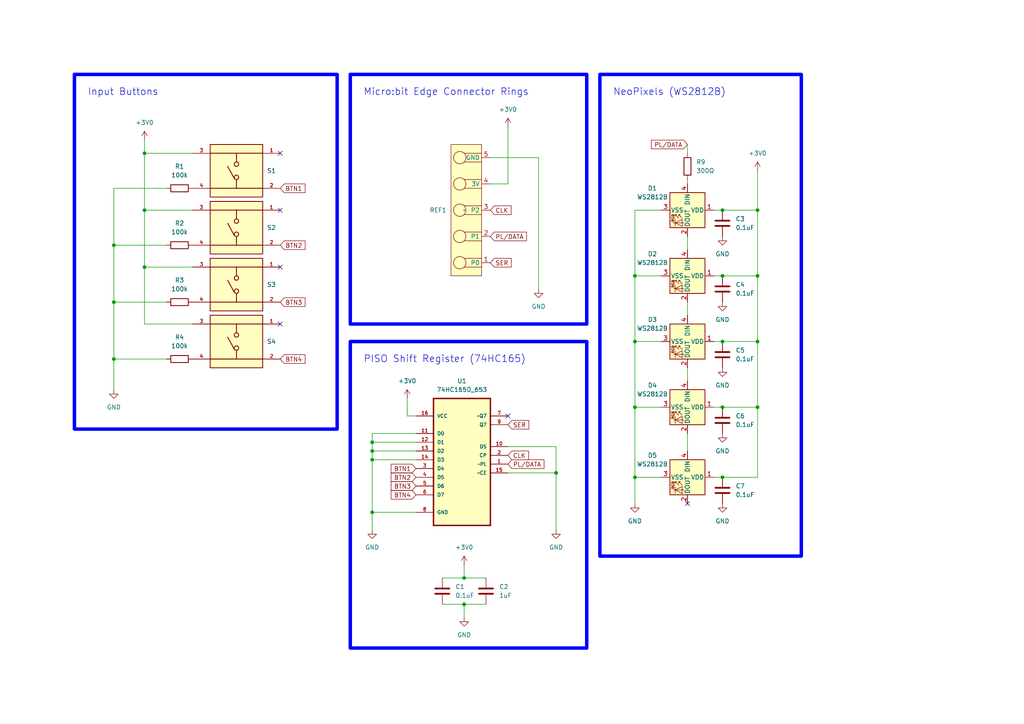
<source format=kicad_sch>
(kicad_sch (version 20231120) (generator "eeschema") (generator_version "8.0")
  (paper "A4")
  (title_block (title "solder:bit Gamepad") (date "2024-05-19") (rev "v0.2") (company "Lancaster University") (comment 1 "Aron Eggens"))
  (lib_symbols
    (symbol "74HC165D_653:74HC165D_653" (pin_names (offset 1.016))
      (property "Reference" "U" (at -12.7 22.86 0))
      (property "Value" "74HC165D_653" (at -11.43 -19.05 0))
      (symbol "74HC165D_653_0_0"
        (rectangle (start -12.7 21.59) (end 3.81 -15.24) (stroke (width 0.4064)) (fill (type background)))
        (pin input line (at 8.89 2.54 180) (length 5.08) (name "~PL") (number "1"))
        (pin input line (at 8.89 7.62 180) (length 5.08) (name "DS") (number "10"))
        (pin input line (at -17.78 11.43 0) (length 5.08) (name "D0") (number "11"))
        (pin input line (at -17.78 8.89 0) (length 5.08) (name "D1") (number "12"))
        (pin input line (at -17.78 6.35 0) (length 5.08) (name "D2") (number "13"))
        (pin input line (at -17.78 3.81 0) (length 5.08) (name "D3") (number "14"))
        (pin input line (at 8.89 0 180) (length 5.08) (name "~CE") (number "15"))
        (pin power_in line (at -17.78 16.51 0) (length 5.08) (name "VCC") (number "16"))
        (pin input line (at 8.89 5.08 180) (length 5.08) (name "CP") (number "2"))
        (pin input line (at -17.78 1.27 0) (length 5.08) (name "D4") (number "3"))
        (pin input line (at -17.78 -1.27 0) (length 5.08) (name "D5") (number "4"))
        (pin input line (at -17.78 -3.81 0) (length 5.08) (name "D6") (number "5"))
        (pin input line (at -17.78 -6.35 0) (length 5.08) (name "D7") (number "6"))
        (pin output line (at 8.89 16.51 180) (length 5.08) (name "~Q7") (number "7"))
        (pin passive line (at -17.78 -11.43 0) (length 5.08) (name "GND") (number "8"))
        (pin output line (at 8.89 13.97 180) (length 5.08) (name "Q7") (number "9"))
      )
    )
    (symbol "Device:C" (pin_numbers hide) (pin_names (offset 0.254))
      (property "Reference" "C" (at 0.635 2.54 0))
      (property "Value" "C" (at 0.635 -2.54 0))
      (symbol "C_0_1"
        (polyline (pts (xy -2.032 -0.762) (xy 2.032 -0.762)) (stroke (width 0.508)))
        (polyline (pts (xy -2.032 0.762) (xy 2.032 0.762)) (stroke (width 0.508)))
      )
      (symbol "C_1_1"
        (pin passive line (at 0 3.81 270) (length 2.794) (name "~") (number "1"))
        (pin passive line (at 0 -3.81 90) (length 2.794) (name "~") (number "2"))
      )
    )
    (symbol "Device:R" (pin_numbers hide) (pin_names (offset 0))
      (property "Reference" "R" (at 2.032 0 90))
      (property "Value" "R" (at 0 0 90))
      (symbol "R_0_1"
        (rectangle (start -1.016 -2.54) (end 1.016 2.54) (stroke (width 0.254)))
      )
      (symbol "R_1_1"
        (pin passive line (at 0 3.81 270) (length 1.27) (name "~") (number "1"))
        (pin passive line (at 0 -3.81 90) (length 1.27) (name "~") (number "2"))
      )
    )
    (symbol "LED:WS2812B" (pin_names (offset 0.254))
      (property "Reference" "D" (at 5.08 5.715 0))
      (property "Value" "WS2812B" (at 1.27 -5.715 0))
      (symbol "WS2812B_0_0"
        (text "RGB" (at 2.286 -4.191 0) (effects (font (size 0.762 0.762))))
      )
      (symbol "WS2812B_0_1"
        (polyline (pts (xy 1.27 -3.556) (xy 1.778 -3.556)))
        (polyline (pts (xy 1.27 -2.54) (xy 1.778 -2.54)))
        (polyline (pts (xy 4.699 -3.556) (xy 2.667 -3.556)))
        (polyline (pts (xy 2.286 -2.54) (xy 1.27 -3.556) (xy 1.27 -3.048)))
        (polyline (pts (xy 2.286 -1.524) (xy 1.27 -2.54) (xy 1.27 -2.032)))
        (polyline (pts (xy 3.683 -1.016) (xy 3.683 -3.556) (xy 3.683 -4.064)))
        (polyline (pts (xy 4.699 -1.524) (xy 2.667 -1.524) (xy 3.683 -3.556) (xy 4.699 -1.524)))
        (rectangle (start 5.08 5.08) (end -5.08 -5.08) (stroke (width 0.254)) (fill (type background)))
      )
      (symbol "WS2812B_1_1"
        (pin power_in line (at 0 7.62 270) (length 2.54) (name "VDD") (number "1"))
        (pin output line (at 7.62 0 180) (length 2.54) (name "DOUT") (number "2"))
        (pin power_in line (at 0 -7.62 90) (length 2.54) (name "VSS") (number "3"))
        (pin input line (at -7.62 0 0) (length 2.54) (name "DIN") (number "4"))
      )
    )
    (symbol "Microbit_accessory:expansion_connector"
      (property "Reference" "REF**" (at -22.86 5.08 0))
      (symbol "expansion_connector_0_1"
        (circle (center -15.24 2.54) (radius 1.7961))
        (circle (center -7.62 2.54) (radius 1.7961))
        (polyline (pts (xy -16.51 -3.81) (xy -16.51 1.27)))
        (polyline (pts (xy -13.97 1.27) (xy -13.97 -3.81)))
        (polyline (pts (xy -8.89 -3.81) (xy -8.89 1.27)))
        (polyline (pts (xy -6.35 1.27) (xy -6.35 -3.81)))
        (polyline (pts (xy -1.27 -3.81) (xy -1.27 1.27)))
        (polyline (pts (xy 1.27 1.27) (xy 1.27 -3.81)))
        (polyline (pts (xy 6.35 1.27) (xy 6.35 -3.81)))
        (polyline (pts (xy 8.89 -3.81) (xy 8.89 1.27)))
        (polyline (pts (xy 13.97 1.27) (xy 13.97 -3.81)))
        (polyline (pts (xy 16.51 1.27) (xy 16.51 -3.81)))
        (circle (center 0 2.54) (radius 1.7961))
        (circle (center 7.62 2.54) (radius 1.7961))
        (circle (center 15.24 2.54) (radius 1.7961))
      )
      (symbol "expansion_connector_1_1"
        (rectangle (start -19.05 5.08) (end 19.05 -3.81) (fill (type background)))
        (pin bidirectional line (at -15.24 -6.35 90) (length 2.54) (name "P0") (number "1"))
        (pin bidirectional line (at -7.62 -6.35 90) (length 2.54) (name "P1") (number "2"))
        (pin bidirectional line (at 0 -6.35 90) (length 2.54) (name "P2") (number "3"))
        (pin power_out line (at 7.62 -6.35 90) (length 2.54) (name "3V") (number "4"))
        (pin power_out line (at 15.24 -6.35 90) (length 2.54) (name "GND") (number "5"))
      )
    )
    (symbol "TS04-66-95-BK-100-SMT:TS04-66-95-BK-100-SMT" (pin_names (offset 1.016))
      (property "Reference" "S" (at -7.62 8.382 0))
      (property "Value" "TS04-66-95-BK-100-SMT" (at -7.62 -8.382 0))
      (symbol "TS04-66-95-BK-100-SMT_0_0"
        (rectangle (start -7.62 -7.62) (end 7.62 7.62) (stroke (width 0.254)) (fill (type background)))
        (circle (center 0 -1.905) (radius 0.635) (stroke (width 0.254)))
        (polyline (pts (xy 0 -5.08) (xy -7.62 -5.08)) (stroke (width 0.254)))
        (polyline (pts (xy 0 -5.08) (xy 7.62 -5.08)) (stroke (width 0.254)))
        (polyline (pts (xy 0 -2.54) (xy 0 -5.08)) (stroke (width 0.254)))
        (polyline (pts (xy 0 5.08) (xy -7.62 5.08)) (stroke (width 0.254)))
        (polyline (pts (xy 0 5.08) (xy 0 2.54)) (stroke (width 0.254)))
        (polyline (pts (xy 0 5.08) (xy 7.62 5.08)) (stroke (width 0.254)))
        (polyline (pts (xy 0.635 -2.2225) (xy 2.54 1.27)) (stroke (width 0.254)))
        (circle (center 0 1.905) (radius 0.635) (stroke (width 0.254)))
        (pin passive line (at -12.7 5.08 0) (length 5.08) (name "~") (number "1"))
        (pin passive line (at -12.7 -5.08 0) (length 5.08) (name "~") (number "2"))
        (pin passive line (at 12.7 5.08 180) (length 5.08) (name "~") (number "3"))
        (pin passive line (at 12.7 -5.08 180) (length 5.08) (name "~") (number "4"))
      )
    )
    (symbol "power:+3V0" (power) (pin_names (offset 0))
      (property "Value" "+3V0" (at 0 3.556 0))
      (symbol "+3V0_0_1"
        (polyline (pts (xy -0.762 1.27) (xy 0 2.54)))
        (polyline (pts (xy 0 0) (xy 0 2.54)))
        (polyline (pts (xy 0 2.54) (xy 0.762 1.27)))
      )
      (symbol "+3V0_1_1"
        (pin power_in line (at 0 0 90) (length 0) hide (name "+3V0") (number "1"))
      )
    )
    (symbol "power:GND" (power) (pin_names (offset 0))
      (property "Value" "GND" (at 0 -3.81 0))
      (symbol "GND_0_1"
        (polyline (pts (xy 0 0) (xy 0 -1.27) (xy 1.27 -1.27) (xy 0 -2.54) (xy -1.27 -1.27) (xy 0 -1.27)))
      )
      (symbol "GND_1_1"
        (pin power_in line (at 0 0 270) (length 0) hide (name "GND") (number "1"))
      )
    )
  )
  (junction (at 184.15 99.06))
  (junction (at 209.55 80.01))
  (junction (at 209.55 99.06))
  (junction (at 219.71 80.01))
  (junction (at 107.95 133.35))
  (junction (at 33.02 104.14))
  (junction (at 184.15 138.43))
  (junction (at 209.55 138.43))
  (junction (at 107.95 148.59))
  (junction (at 41.91 44.45))
  (junction (at 41.91 60.96))
  (junction (at 161.29 137.16))
  (junction (at 184.15 118.11))
  (junction (at 33.02 87.63))
  (junction (at 107.95 128.27))
  (junction (at 134.62 167.64))
  (junction (at 219.71 99.06))
  (junction (at 184.15 80.01))
  (junction (at 41.91 77.47))
  (junction (at 219.71 60.96))
  (junction (at 33.02 71.12))
  (junction (at 134.62 175.26))
  (junction (at 219.71 118.11))
  (junction (at 107.95 130.81))
  (junction (at 209.55 118.11))
  (junction (at 209.55 60.96))
  (no_connect (at 81.28 60.96))
  (no_connect (at 81.28 77.47))
  (no_connect (at 199.39 146.05))
  (no_connect (at 81.28 44.45))
  (no_connect (at 147.32 120.65))
  (no_connect (at 81.28 93.98))
  (wire (pts (xy 207.01 118.11) (xy 209.55 118.11)))
  (wire (pts (xy 134.62 163.83) (xy 134.62 167.64)))
  (wire (pts (xy 209.55 118.11) (xy 219.71 118.11)))
  (wire (pts (xy 184.15 80.01) (xy 184.15 99.06)))
  (wire (pts (xy 134.62 175.26) (xy 140.97 175.26)))
  (wire (pts (xy 209.55 99.06) (xy 219.71 99.06)))
  (wire (pts (xy 219.71 60.96) (xy 219.71 80.01)))
  (wire (pts (xy 33.02 71.12) (xy 33.02 87.63)))
  (wire (pts (xy 156.21 45.72) (xy 156.21 83.82)))
  (wire (pts (xy 184.15 118.11) (xy 191.77 118.11)))
  (wire (pts (xy 184.15 60.96) (xy 184.15 80.01)))
  (wire (pts (xy 207.01 99.06) (xy 209.55 99.06)))
  (wire (pts (xy 107.95 128.27) (xy 120.65 128.27)))
  (wire (pts (xy 147.32 53.34) (xy 147.32 36.83)))
  (wire (pts (xy 184.15 99.06) (xy 191.77 99.06)))
  (wire (pts (xy 199.39 68.58) (xy 199.39 72.39)))
  (wire (pts (xy 33.02 104.14) (xy 33.02 113.03)))
  (wire (pts (xy 184.15 138.43) (xy 184.15 146.05)))
  (wire (pts (xy 55.88 60.96) (xy 41.91 60.96)))
  (wire (pts (xy 107.95 133.35) (xy 120.65 133.35)))
  (wire (pts (xy 147.32 137.16) (xy 161.29 137.16)))
  (wire (pts (xy 209.55 80.01) (xy 219.71 80.01)))
  (wire (pts (xy 134.62 167.64) (xy 128.27 167.64)))
  (wire (pts (xy 41.91 60.96) (xy 41.91 77.47)))
  (wire (pts (xy 142.24 45.72) (xy 156.21 45.72)))
  (wire (pts (xy 142.24 53.34) (xy 147.32 53.34)))
  (wire (pts (xy 41.91 44.45) (xy 41.91 60.96)))
  (wire (pts (xy 199.39 52.07) (xy 199.39 53.34)))
  (wire (pts (xy 199.39 41.91) (xy 199.39 44.45)))
  (wire (pts (xy 161.29 129.54) (xy 161.29 137.16)))
  (wire (pts (xy 199.39 87.63) (xy 199.39 91.44)))
  (wire (pts (xy 41.91 77.47) (xy 41.91 93.98)))
  (wire (pts (xy 120.65 120.65) (xy 118.11 120.65)))
  (wire (pts (xy 55.88 77.47) (xy 41.91 77.47)))
  (wire (pts (xy 209.55 60.96) (xy 219.71 60.96)))
  (wire (pts (xy 199.39 125.73) (xy 199.39 130.81)))
  (wire (pts (xy 134.62 175.26) (xy 134.62 179.07)))
  (wire (pts (xy 184.15 60.96) (xy 191.77 60.96)))
  (wire (pts (xy 55.88 93.98) (xy 41.91 93.98)))
  (wire (pts (xy 147.32 129.54) (xy 161.29 129.54)))
  (wire (pts (xy 118.11 120.65) (xy 118.11 115.57)))
  (wire (pts (xy 107.95 125.73) (xy 107.95 128.27)))
  (wire (pts (xy 107.95 128.27) (xy 107.95 130.81)))
  (wire (pts (xy 48.26 54.61) (xy 33.02 54.61)))
  (wire (pts (xy 161.29 137.16) (xy 161.29 153.67)))
  (wire (pts (xy 219.71 49.53) (xy 219.71 60.96)))
  (wire (pts (xy 209.55 138.43) (xy 219.71 138.43)))
  (wire (pts (xy 128.27 175.26) (xy 134.62 175.26)))
  (wire (pts (xy 207.01 138.43) (xy 209.55 138.43)))
  (wire (pts (xy 48.26 87.63) (xy 33.02 87.63)))
  (wire (pts (xy 41.91 40.64) (xy 41.91 44.45)))
  (wire (pts (xy 107.95 133.35) (xy 107.95 148.59)))
  (wire (pts (xy 33.02 54.61) (xy 33.02 71.12)))
  (wire (pts (xy 207.01 60.96) (xy 209.55 60.96)))
  (wire (pts (xy 134.62 167.64) (xy 140.97 167.64)))
  (wire (pts (xy 184.15 118.11) (xy 184.15 138.43)))
  (wire (pts (xy 120.65 148.59) (xy 107.95 148.59)))
  (wire (pts (xy 48.26 71.12) (xy 33.02 71.12)))
  (wire (pts (xy 199.39 106.68) (xy 199.39 110.49)))
  (wire (pts (xy 55.88 44.45) (xy 41.91 44.45)))
  (wire (pts (xy 33.02 87.63) (xy 33.02 104.14)))
  (wire (pts (xy 107.95 130.81) (xy 120.65 130.81)))
  (wire (pts (xy 48.26 104.14) (xy 33.02 104.14)))
  (wire (pts (xy 107.95 130.81) (xy 107.95 133.35)))
  (wire (pts (xy 184.15 99.06) (xy 184.15 118.11)))
  (wire (pts (xy 184.15 80.01) (xy 191.77 80.01)))
  (wire (pts (xy 120.65 125.73) (xy 107.95 125.73)))
  (wire (pts (xy 107.95 148.59) (xy 107.95 153.67)))
  (wire (pts (xy 219.71 99.06) (xy 219.71 118.11)))
  (wire (pts (xy 207.01 80.01) (xy 209.55 80.01)))
  (wire (pts (xy 219.71 80.01) (xy 219.71 99.06)))
  (wire (pts (xy 219.71 118.11) (xy 219.71 138.43)))
  (wire (pts (xy 184.15 138.43) (xy 191.77 138.43)))
  (rectangle (start 173.99 21.59) (end 232.41 161.29) (stroke (width 1) (color 0 0 255 0.15)))
  (rectangle (start 21.59 21.59) (end 97.79 124.46) (stroke (width 1) (color 0 0 255 0.15)))
  (rectangle (start 101.6 99.06) (end 170.18 187.96) (stroke (width 1) (color 0 0 255 0.15)))
  (rectangle (start 101.6 21.59) (end 170.18 93.98) (stroke (width 1) (color 0 0 255 0.15)))
  (text "NeoPixels (WS2812B)\n" (at 177.8 27.94 0) (effects (font (size 2 2)) (justify left bottom)))
  (text "Input Buttons" (at 25.4 27.94 0) (effects (font (size 2 2)) (justify left bottom)))
  (text "Micro:bit Edge Connector Rings\n" (at 105.41 27.94 0) (effects (font (size 2 2)) (justify left bottom)))
  (text "PISO Shift Register (74HC165)" (at 105.41 105.41 0) (effects (font (size 2 2)) (justify left bottom)))
  (global_label "SER" (shape input) (at 147.32 123.19 0) (property "Intersheetrefs" "${INTERSHEET_REFS}" (effects (hide yes))))
  (global_label "BTN3" (shape input) (at 120.65 140.97 180) (property "Intersheetrefs" "${INTERSHEET_REFS}" (effects (hide yes))))
  (global_label "CLK" (shape input) (at 147.32 132.08 0) (property "Intersheetrefs" "${INTERSHEET_REFS}" (effects (hide yes))))
  (global_label "BTN1" (shape input) (at 120.65 135.89 180) (property "Intersheetrefs" "${INTERSHEET_REFS}" (effects (hide yes))))
  (global_label "BTN4" (shape input) (at 120.65 143.51 180) (property "Intersheetrefs" "${INTERSHEET_REFS}" (effects (hide yes))))
  (global_label "BTN2" (shape input) (at 120.65 138.43 180) (property "Intersheetrefs" "${INTERSHEET_REFS}" (effects (hide yes))))
  (global_label "PL{slash}DATA" (shape input) (at 199.39 41.91 180) (property "Intersheetrefs" "${INTERSHEET_REFS}" (effects (hide yes))))
  (global_label "SER" (shape input) (at 142.24 76.2 0) (property "Intersheetrefs" "${INTERSHEET_REFS}" (effects (hide yes))))
  (global_label "BTN1" (shape input) (at 81.28 54.61 0) (property "Intersheetrefs" "${INTERSHEET_REFS}" (effects (hide yes))))
  (global_label "PL{slash}DATA" (shape input) (at 147.32 134.62 0) (property "Intersheetrefs" "${INTERSHEET_REFS}" (effects (hide yes))))
  (global_label "BTN3" (shape input) (at 81.28 87.63 0) (property "Intersheetrefs" "${INTERSHEET_REFS}" (effects (hide yes))))
  (global_label "PL{slash}DATA" (shape input) (at 142.24 68.58 0) (property "Intersheetrefs" "${INTERSHEET_REFS}" (effects (hide yes))))
  (global_label "CLK" (shape input) (at 142.24 60.96 0) (property "Intersheetrefs" "${INTERSHEET_REFS}" (effects (hide yes))))
  (global_label "BTN2" (shape input) (at 81.28 71.12 0) (property "Intersheetrefs" "${INTERSHEET_REFS}" (effects (hide yes))))
  (global_label "BTN4" (shape input) (at 81.28 104.14 0) (property "Intersheetrefs" "${INTERSHEET_REFS}" (effects (hide yes))))
  (symbol (lib_id "power:+3V0") (at 134.62 163.83 0) (unit 1)
    (property "Reference" "#PWR06" (effects (hide yes)))
    (property "Value" "+3V0" (at 134.62 158.75 0))
  )
  (symbol (lib_id "power:GND") (at 184.15 146.05 0) (unit 1)
    (property "Reference" "#PWR015" (effects (hide yes)))
    (property "Value" "GND" (at 184.15 151.13 0))
  )
  (symbol (lib_id "Device:R") (at 52.07 71.12 270) (mirror x) (unit 1)
    (property "Reference" "R2" (at 52.07 64.77 90))
    (property "Value" "100k" (at 52.07 67.31 90))
    (property "Footprint" "Resistor_SMD:R_1206_3216Metric_Pad1.30x1.75mm_HandSolder" (effects (hide yes)))
  )
  (symbol (lib_id "power:GND") (at 33.02 113.03 0) (mirror y) (unit 1)
    (property "Reference" "#PWR02" (effects (hide yes)))
    (property "Value" "GND" (at 33.02 118.11 0))
  )
  (symbol (lib_id "TS04-66-95-BK-100-SMT:TS04-66-95-BK-100-SMT") (at 68.58 66.04 0) (mirror y) (unit 1)
    (property "Reference" "S2" (at 78.74 66.04 0))
    (property "Value" "TS04-66-95-BK-100-SMT" (effects (hide yes)))
    (property "Footprint" "TS-1002S:SW_TS04-66-95-BK-100-SMT" (effects (hide yes)))
    (property "Description" "6 x 6 mm, 9.5 mm Actuator Height, 100 gf, Black, Surface Mount, SPST, Tactile Switch" (effects (hide yes)))
    (property "MF" "CUI Devices" (effects (hide yes)))
    (property "Package" "None" (effects (hide yes)))
    (property "Price" "None" (effects (hide yes)))
    (property "Check_prices" "https://www.snapeda.com/parts/TS04-66-95-BK-100-SMT/CUI+Devices/view-part/?ref=eda" (effects (hide yes)))
    (property "STANDARD" "Manufacturer Recommendations" (effects (hide yes)))
    (property "PARTREV" "1.0" (effects (hide yes)))
    (property "SnapEDA_Link" "https://www.snapeda.com/parts/TS04-66-95-BK-100-SMT/CUI+Devices/view-part/?ref=snap" (effects (hide yes)))
    (property "MP" "TS04-66-95-BK-100-SMT" (effects (hide yes)))
    (property "CUI_purchase_URL" "https://www.cuidevices.com/product/switches/tactile-switches/ts04-66-95-bk-100-smt?utm_source=snapeda.com&utm_medium=referral&utm_campaign=snapedaBOM" (effects (hide yes)))
    (property "Availability" "In Stock" (effects (hide yes)))
    (property "MANUFACTURER" "CUI Devices" (effects (hide yes)))
  )
  (symbol (lib_id "power:GND") (at 209.55 68.58 0) (unit 1)
    (property "Reference" "#PWR08" (effects (hide yes)))
    (property "Value" "GND" (at 209.55 73.66 0))
  )
  (symbol (lib_id "Device:C") (at 209.55 64.77 0) (unit 1)
    (property "Reference" "C3" (at 213.36 63.5 0) (effects (justify left)))
    (property "Value" "0.1uF" (at 213.36 66.04 0) (effects (justify left)))
    (property "Footprint" "Capacitor_SMD:C_1206_3216Metric_Pad1.33x1.80mm_HandSolder" (effects (hide yes)))
  )
  (symbol (lib_id "power:+3V0") (at 118.11 115.57 0) (unit 1)
    (property "Reference" "#PWR03" (effects (hide yes)))
    (property "Value" "+3V0" (at 118.11 110.49 0))
  )
  (symbol (lib_id "74HC165D_653:74HC165D_653") (at 138.43 137.16 0) (unit 1)
    (property "Reference" "U1" (at 133.985 110.49 0))
    (property "Value" "74HC165D_653" (at 133.985 113.03 0))
    (property "Footprint" "74HC165:SOIC127P600X175-16N" (effects (hide yes)))
    (property "Description" "\nShift Shift Register 1 Element 8 Bit 16-SO\n" (effects (hide yes)))
    (property "MF" "Nexperia USA" (effects (hide yes)))
    (property "PACKAGE" "SOIC-16" (effects (hide yes)))
    (property "MPN" "74HC165D,653" (effects (hide yes)))
    (property "Package" "SO-16 Nexperia USA Inc." (effects (hide yes)))
    (property "OC_FARNELL" "1826838" (effects (hide yes)))
    (property "SnapEDA_Link" "https://www.snapeda.com/parts/74HC165D,653/Nexperia/view-part/?ref=snap" (effects (hide yes)))
    (property "MP" "74HC165D,653" (effects (hide yes)))
    (property "Purchase-URL" "https://www.snapeda.com/api/url_track_click_mouser/?unipart_id=32545&manufacturer=Nexperia USA&part_name=74HC165D,653&search_term=74hc165" (effects (hide yes)))
    (property "SUPPLIER" "NXP Semiconductors" (effects (hide yes)))
    (property "OC_NEWARK" "78R6257" (effects (hide yes)))
    (property "RS_Components_1707987_Purchase_URL" "https://www.snapeda.com/api/url_track_click/https%253A//uk.rs-online.com/web/p/counter-ics/1707987//%253Futm_campaign%253Dbuynow%2526utm_medium%253Daggregator%2526utm_source%253Dsnapeda%2526cm_mmc%253Daff-_-uk-_-snapeda-_-1707987/?unipart_id=32545&manufacturer=Nexperia USA&part_name=74HC165D,653&search_term=74hc165" (effects (hide yes)))
    (property "Check_prices" "https://www.snapeda.com/parts/74HC165D,653/Nexperia/view-part/?ref=eda" (effects (hide yes)))
  )
  (symbol (lib_id "Device:C") (at 140.97 171.45 180) (unit 1)
    (property "Reference" "C2" (at 144.78 170.18 0) (effects (justify right)))
    (property "Value" "1uF" (at 144.78 172.72 0) (effects (justify right)))
    (property "Footprint" "Capacitor_SMD:C_1206_3216Metric_Pad1.33x1.80mm_HandSolder" (effects (hide yes)))
  )
  (symbol (lib_id "Microbit_accessory:expansion_connector") (at 135.89 60.96 90) (unit 1)
    (property "Reference" "REF1" (at 129.54 60.96 90) (effects (justify left)))
    (property "Value" "~" (at 134.62 60.96 0))
    (property "Footprint" "Connector_Microbit_Edge:Edge_Connector_Rings" (effects (hide yes)))
  )
  (symbol (lib_id "LED:WS2812B") (at 199.39 99.06 270) (unit 1)
    (property "Reference" "D3" (at 189.23 92.71 90))
    (property "Value" "WS2812B" (at 189.23 95.25 90))
    (property "Footprint" "LED_SMD:LED_WS2812B_PLCC4_5.0x5.0mm_P3.2mm" (effects (hide yes)))
    (property "Datasheet" "https://cdn-shop.adafruit.com/datasheets/WS2812B.pdf" (effects (hide yes)))
  )
  (symbol (lib_id "TS04-66-95-BK-100-SMT:TS04-66-95-BK-100-SMT") (at 68.58 49.53 0) (mirror y) (unit 1)
    (property "Reference" "S1" (at 78.74 49.53 0))
    (property "Value" "TS04-66-95-BK-100-SMT" (effects (hide yes)))
    (property "Footprint" "TS-1002S:SW_TS04-66-95-BK-100-SMT" (effects (hide yes)))
    (property "Description" "6 x 6 mm, 9.5 mm Actuator Height, 100 gf, Black, Surface Mount, SPST, Tactile Switch" (effects (hide yes)))
    (property "MF" "CUI Devices" (effects (hide yes)))
    (property "Package" "None" (effects (hide yes)))
    (property "Price" "None" (effects (hide yes)))
    (property "Check_prices" "https://www.snapeda.com/parts/TS04-66-95-BK-100-SMT/CUI+Devices/view-part/?ref=eda" (effects (hide yes)))
    (property "STANDARD" "Manufacturer Recommendations" (effects (hide yes)))
    (property "PARTREV" "1.0" (effects (hide yes)))
    (property "SnapEDA_Link" "https://www.snapeda.com/parts/TS04-66-95-BK-100-SMT/CUI+Devices/view-part/?ref=snap" (effects (hide yes)))
    (property "MP" "TS04-66-95-BK-100-SMT" (effects (hide yes)))
    (property "CUI_purchase_URL" "https://www.cuidevices.com/product/switches/tactile-switches/ts04-66-95-bk-100-smt?utm_source=snapeda.com&utm_medium=referral&utm_campaign=snapedaBOM" (effects (hide yes)))
    (property "Availability" "In Stock" (effects (hide yes)))
    (property "MANUFACTURER" "CUI Devices" (effects (hide yes)))
  )
  (symbol (lib_id "power:GND") (at 209.55 106.68 0) (unit 1)
    (property "Reference" "#PWR013" (effects (hide yes)))
    (property "Value" "GND" (at 209.55 111.76 0))
  )
  (symbol (lib_id "Device:C") (at 209.55 102.87 0) (unit 1)
    (property "Reference" "C5" (at 213.36 101.6 0) (effects (justify left)))
    (property "Value" "0.1uF" (at 213.36 104.14 0) (effects (justify left)))
    (property "Footprint" "Capacitor_SMD:C_1206_3216Metric_Pad1.33x1.80mm_HandSolder" (effects (hide yes)))
  )
  (symbol (lib_id "Device:C") (at 209.55 142.24 0) (unit 1)
    (property "Reference" "C7" (at 213.36 140.97 0) (effects (justify left)))
    (property "Value" "0.1uF" (at 213.36 143.51 0) (effects (justify left)))
    (property "Footprint" "Capacitor_SMD:C_1206_3216Metric_Pad1.33x1.80mm_HandSolder" (effects (hide yes)))
  )
  (symbol (lib_id "power:GND") (at 209.55 87.63 0) (unit 1)
    (property "Reference" "#PWR012" (effects (hide yes)))
    (property "Value" "GND" (at 209.55 92.71 0))
  )
  (symbol (lib_id "Device:R") (at 52.07 104.14 270) (mirror x) (unit 1)
    (property "Reference" "R4" (at 52.07 97.79 90))
    (property "Value" "100k" (at 52.07 100.33 90))
    (property "Footprint" "Resistor_SMD:R_1206_3216Metric_Pad1.30x1.75mm_HandSolder" (effects (hide yes)))
  )
  (symbol (lib_id "Device:R") (at 199.39 48.26 0) (unit 1)
    (property "Reference" "R9" (at 201.93 46.99 0) (effects (justify left)))
    (property "Value" "300Ω" (at 201.93 49.53 0) (effects (justify left)))
    (property "Footprint" "Resistor_SMD:R_1206_3216Metric_Pad1.30x1.75mm_HandSolder" (effects (hide yes)))
  )
  (symbol (lib_id "TS04-66-95-BK-100-SMT:TS04-66-95-BK-100-SMT") (at 68.58 99.06 0) (mirror y) (unit 1)
    (property "Reference" "S4" (at 78.74 99.06 0))
    (property "Value" "TS04-66-95-BK-100-SMT" (effects (hide yes)))
    (property "Footprint" "TS-1002S:SW_TS04-66-95-BK-100-SMT" (effects (hide yes)))
    (property "Description" "6 x 6 mm, 9.5 mm Actuator Height, 100 gf, Black, Surface Mount, SPST, Tactile Switch" (effects (hide yes)))
    (property "MF" "CUI Devices" (effects (hide yes)))
    (property "Package" "None" (effects (hide yes)))
    (property "Price" "None" (effects (hide yes)))
    (property "Check_prices" "https://www.snapeda.com/parts/TS04-66-95-BK-100-SMT/CUI+Devices/view-part/?ref=eda" (effects (hide yes)))
    (property "STANDARD" "Manufacturer Recommendations" (effects (hide yes)))
    (property "PARTREV" "1.0" (effects (hide yes)))
    (property "SnapEDA_Link" "https://www.snapeda.com/parts/TS04-66-95-BK-100-SMT/CUI+Devices/view-part/?ref=snap" (effects (hide yes)))
    (property "MP" "TS04-66-95-BK-100-SMT" (effects (hide yes)))
    (property "CUI_purchase_URL" "https://www.cuidevices.com/product/switches/tactile-switches/ts04-66-95-bk-100-smt?utm_source=snapeda.com&utm_medium=referral&utm_campaign=snapedaBOM" (effects (hide yes)))
    (property "Availability" "In Stock" (effects (hide yes)))
    (property "MANUFACTURER" "CUI Devices" (effects (hide yes)))
  )
  (symbol (lib_id "power:+3V0") (at 41.91 40.64 0) (mirror y) (unit 1)
    (property "Reference" "#PWR01" (effects (hide yes)))
    (property "Value" "+3V0" (at 41.91 35.56 0))
  )
  (symbol (lib_id "power:GND") (at 156.21 83.82 0) (unit 1)
    (property "Reference" "#PWR011" (effects (hide yes)))
    (property "Value" "GND" (at 156.21 88.9 0))
  )
  (symbol (lib_id "Device:C") (at 209.55 121.92 0) (unit 1)
    (property "Reference" "C6" (at 213.36 120.65 0) (effects (justify left)))
    (property "Value" "0.1uF" (at 213.36 123.19 0) (effects (justify left)))
    (property "Footprint" "Capacitor_SMD:C_1206_3216Metric_Pad1.33x1.80mm_HandSolder" (effects (hide yes)))
  )
  (symbol (lib_id "power:GND") (at 107.95 153.67 0) (unit 1)
    (property "Reference" "#PWR04" (effects (hide yes)))
    (property "Value" "GND" (at 107.95 158.75 0))
  )
  (symbol (lib_id "power:GND") (at 209.55 146.05 0) (unit 1)
    (property "Reference" "#PWR016" (effects (hide yes)))
    (property "Value" "GND" (at 209.55 151.13 0))
  )
  (symbol (lib_id "LED:WS2812B") (at 199.39 138.43 270) (unit 1)
    (property "Reference" "D5" (at 189.23 132.08 90))
    (property "Value" "WS2812B" (at 189.23 134.62 90))
    (property "Footprint" "LED_SMD:LED_WS2812B_PLCC4_5.0x5.0mm_P3.2mm" (effects (hide yes)))
    (property "Datasheet" "https://cdn-shop.adafruit.com/datasheets/WS2812B.pdf" (effects (hide yes)))
  )
  (symbol (lib_id "Device:C") (at 128.27 171.45 180) (unit 1)
    (property "Reference" "C1" (at 132.08 170.18 0) (effects (justify right)))
    (property "Value" "0.1uF" (at 132.08 172.72 0) (effects (justify right)))
    (property "Footprint" "Capacitor_SMD:C_1206_3216Metric_Pad1.33x1.80mm_HandSolder" (effects (hide yes)))
  )
  (symbol (lib_id "LED:WS2812B") (at 199.39 118.11 270) (unit 1)
    (property "Reference" "D4" (at 189.23 111.76 90))
    (property "Value" "WS2812B" (at 189.23 114.3 90))
    (property "Footprint" "LED_SMD:LED_WS2812B_PLCC4_5.0x5.0mm_P3.2mm" (effects (hide yes)))
    (property "Datasheet" "https://cdn-shop.adafruit.com/datasheets/WS2812B.pdf" (effects (hide yes)))
  )
  (symbol (lib_id "TS04-66-95-BK-100-SMT:TS04-66-95-BK-100-SMT") (at 68.58 82.55 0) (mirror y) (unit 1)
    (property "Reference" "S3" (at 78.74 82.55 0))
    (property "Value" "TS04-66-95-BK-100-SMT" (effects (hide yes)))
    (property "Footprint" "TS-1002S:SW_TS04-66-95-BK-100-SMT" (effects (hide yes)))
    (property "Description" "6 x 6 mm, 9.5 mm Actuator Height, 100 gf, Black, Surface Mount, SPST, Tactile Switch" (effects (hide yes)))
    (property "MF" "CUI Devices" (effects (hide yes)))
    (property "Package" "None" (effects (hide yes)))
    (property "Price" "None" (effects (hide yes)))
    (property "Check_prices" "https://www.snapeda.com/parts/TS04-66-95-BK-100-SMT/CUI+Devices/view-part/?ref=eda" (effects (hide yes)))
    (property "STANDARD" "Manufacturer Recommendations" (effects (hide yes)))
    (property "PARTREV" "1.0" (effects (hide yes)))
    (property "SnapEDA_Link" "https://www.snapeda.com/parts/TS04-66-95-BK-100-SMT/CUI+Devices/view-part/?ref=snap" (effects (hide yes)))
    (property "MP" "TS04-66-95-BK-100-SMT" (effects (hide yes)))
    (property "CUI_purchase_URL" "https://www.cuidevices.com/product/switches/tactile-switches/ts04-66-95-bk-100-smt?utm_source=snapeda.com&utm_medium=referral&utm_campaign=snapedaBOM" (effects (hide yes)))
    (property "Availability" "In Stock" (effects (hide yes)))
    (property "MANUFACTURER" "CUI Devices" (effects (hide yes)))
  )
  (symbol (lib_id "Device:C") (at 209.55 83.82 0) (unit 1)
    (property "Reference" "C4" (at 213.36 82.55 0) (effects (justify left)))
    (property "Value" "0.1uF" (at 213.36 85.09 0) (effects (justify left)))
    (property "Footprint" "Capacitor_SMD:C_1206_3216Metric_Pad1.33x1.80mm_HandSolder" (effects (hide yes)))
  )
  (symbol (lib_id "power:GND") (at 134.62 179.07 0) (unit 1)
    (property "Reference" "#PWR05" (effects (hide yes)))
    (property "Value" "GND" (at 134.62 184.15 0))
  )
  (symbol (lib_id "power:+3V0") (at 147.32 36.83 0) (unit 1)
    (property "Reference" "#PWR010" (effects (hide yes)))
    (property "Value" "+3V0" (at 147.32 31.75 0))
  )
  (symbol (lib_id "Device:R") (at 52.07 87.63 270) (mirror x) (unit 1)
    (property "Reference" "R3" (at 52.07 81.28 90))
    (property "Value" "100k" (at 52.07 83.82 90))
    (property "Footprint" "Resistor_SMD:R_1206_3216Metric_Pad1.30x1.75mm_HandSolder" (effects (hide yes)))
  )
  (symbol (lib_id "Device:R") (at 52.07 54.61 270) (mirror x) (unit 1)
    (property "Reference" "R1" (at 52.07 48.26 90))
    (property "Value" "100k" (at 52.07 50.8 90))
    (property "Footprint" "Resistor_SMD:R_1206_3216Metric_Pad1.30x1.75mm_HandSolder" (effects (hide yes)))
  )
  (symbol (lib_id "power:+3V0") (at 219.71 49.53 0) (unit 1)
    (property "Reference" "#PWR09" (effects (hide yes)))
    (property "Value" "+3V0" (at 219.71 44.45 0))
  )
  (symbol (lib_id "LED:WS2812B") (at 199.39 60.96 270) (unit 1)
    (property "Reference" "D1" (at 189.23 54.61 90))
    (property "Value" "WS2812B" (at 189.23 57.15 90))
    (property "Footprint" "LED_SMD:LED_WS2812B_PLCC4_5.0x5.0mm_P3.2mm" (effects (hide yes)))
    (property "Datasheet" "https://cdn-shop.adafruit.com/datasheets/WS2812B.pdf" (effects (hide yes)))
  )
  (symbol (lib_id "power:GND") (at 161.29 153.67 0) (unit 1)
    (property "Reference" "#PWR07" (effects (hide yes)))
    (property "Value" "GND" (at 161.29 158.75 0))
  )
  (symbol (lib_id "LED:WS2812B") (at 199.39 80.01 270) (unit 1)
    (property "Reference" "D2" (at 189.23 73.66 90))
    (property "Value" "WS2812B" (at 189.23 76.2 90))
    (property "Footprint" "LED_SMD:LED_WS2812B_PLCC4_5.0x5.0mm_P3.2mm" (effects (hide yes)))
    (property "Datasheet" "https://cdn-shop.adafruit.com/datasheets/WS2812B.pdf" (effects (hide yes)))
  )
  (symbol (lib_id "power:GND") (at 209.55 125.73 0) (unit 1)
    (property "Reference" "#PWR014" (effects (hide yes)))
    (property "Value" "GND" (at 209.55 130.81 0))
  )
)
</source>
